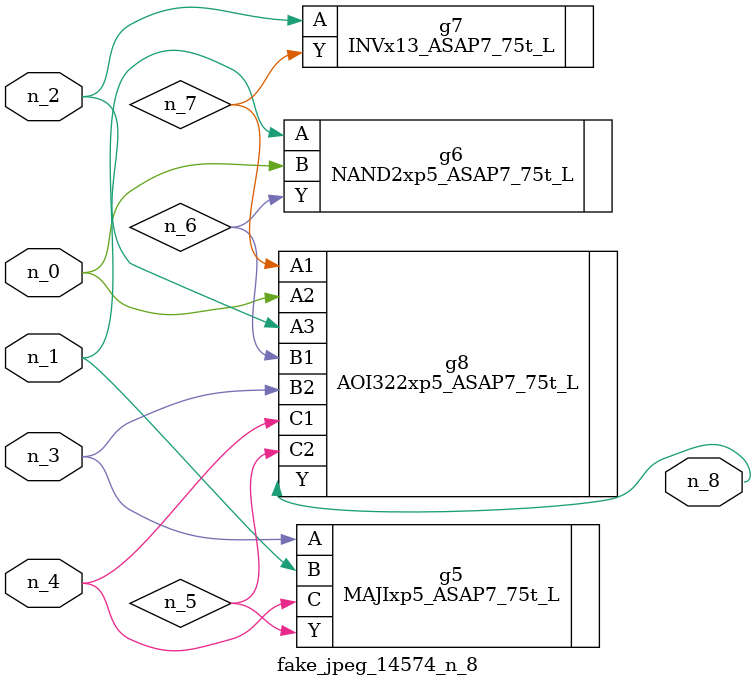
<source format=v>
module fake_jpeg_14574_n_8 (n_3, n_2, n_1, n_0, n_4, n_8);

input n_3;
input n_2;
input n_1;
input n_0;
input n_4;

output n_8;

wire n_6;
wire n_5;
wire n_7;

MAJIxp5_ASAP7_75t_L g5 ( 
.A(n_3),
.B(n_1),
.C(n_4),
.Y(n_5)
);

NAND2xp5_ASAP7_75t_L g6 ( 
.A(n_1),
.B(n_0),
.Y(n_6)
);

INVx13_ASAP7_75t_L g7 ( 
.A(n_2),
.Y(n_7)
);

AOI322xp5_ASAP7_75t_L g8 ( 
.A1(n_7),
.A2(n_0),
.A3(n_2),
.B1(n_6),
.B2(n_3),
.C1(n_4),
.C2(n_5),
.Y(n_8)
);


endmodule
</source>
